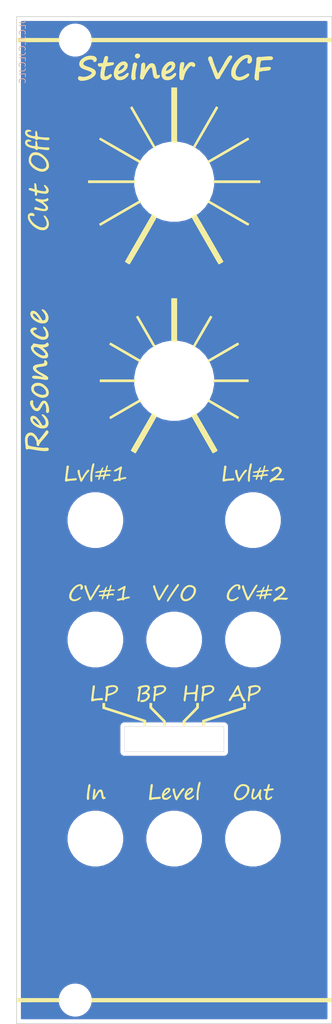
<source format=kicad_pcb>
(kicad_pcb (version 20171130) (host pcbnew "(5.1.10)-1")
  (layers (0 F.Cu signal) (31 B.Cu signal) (34 B.Paste user) (35 F.Paste user) (36 B.SilkS user) (37 F.SilkS user) (38 B.Mask user) (39 F.Mask user) (44 Edge.Cuts user))
  (net 0 "")
  (module Eurorack_Front:Hole_D6.1mm (layer F.Cu) (at 30.225 104.89)
    (fp_text reference REF** hide)
    (fp_text value Hole_D6.1mm hide)
    (pad "" np_thru_hole circle (at 0 0) (size 6.1 6.1) (drill 6.1) (layers *.Cu *.Mask))
  )
  (module Eurorack_Front:Hole_D6.1mm (layer F.Cu) (at 20.15 104.89)
    (fp_text reference REF** hide)
    (fp_text value Hole_D6.1mm hide)
    (pad "" np_thru_hole circle (at 0 0) (size 6.1 6.1) (drill 6.1) (layers *.Cu *.Mask))
  )
  (module Eurorack_Front:Hole_D6.1mm (layer F.Cu) (at 10.075 104.89)
    (fp_text reference REF** hide)
    (fp_text value Hole_D6.1mm hide)
    (pad "" np_thru_hole circle (at 0 0) (size 6.1 6.1) (drill 6.1) (layers *.Cu *.Mask))
  )
  (module Eurorack_Front:Hole_D6.1mm (layer F.Cu) (at 30.225 79.49)
    (fp_text reference REF** hide)
    (fp_text value Hole_D6.1mm hide)
    (pad "" np_thru_hole circle (at 0 0) (size 6.1 6.1) (drill 6.1) (layers *.Cu *.Mask))
  )
  (module Eurorack_Front:Hole_D6.1mm (layer F.Cu) (at 20.15 79.49)
    (fp_text reference REF** hide)
    (fp_text value Hole_D6.1mm hide)
    (pad "" np_thru_hole circle (at 0 0) (size 6.1 6.1) (drill 6.1) (layers *.Cu *.Mask))
  )
  (module Eurorack_Front:Hole_D6.1mm (layer F.Cu) (at 10.075 79.49)
    (fp_text reference REF** hide)
    (fp_text value Hole_D6.1mm hide)
    (pad "" np_thru_hole circle (at 0 0) (size 6.1 6.1) (drill 6.1) (layers *.Cu *.Mask))
  )
  (module Eurorack_Front:Hole_D6.1mm (layer F.Cu) (at 30.225 64.25)
    (fp_text reference REF** hide)
    (fp_text value Hole_D6.1mm hide)
    (pad "" np_thru_hole circle (at 0 0) (size 6.1 6.1) (drill 6.1) (layers *.Cu *.Mask))
  )
  (module Eurorack_Front:Hole_D6.1mm (layer F.Cu) (at 10.075 64.25)
    (fp_text reference REF** hide)
    (fp_text value Hole_D6.1mm hide)
    (pad "" np_thru_hole circle (at 0 0) (size 6.1 6.1) (drill 6.1) (layers *.Cu *.Mask))
  )
  (module Eurorack_Front:Hole_D9.2mm (layer F.Cu) (at 20.15 46.47)
    (fp_text reference REF** hide)
    (fp_text value Hole_D9.2mm hide)
    (pad "" np_thru_hole circle (at 0 0) (size 9.2 9.2) (drill 9.2) (layers *.Cu *.Mask))
  )
  (module Eurorack_Front:Hole_D9.2mm (layer F.Cu) (at 20.15 21.07)
    (fp_text reference REF** hide)
    (fp_text value Hole_D9.2mm hide)
    (pad "" np_thru_hole circle (at 0 0) (size 9.2 9.2) (drill 9.2) (layers *.Cu *.Mask))
  )
  (module "Front:Improved Steiner VCF Front" (layer F.Cu) (at 20.15 64.25)
    (fp_text reference G*** hide)
    (fp_text value LOGO hide)
  )
  (module Eurorack_Front:Eurorack_8TE (layer F.Cu) (at 0 0)
    (fp_text reference REF**)
    (fp_text value Eurorack_8TE)
    (fp_text user JLCJLCJLCJLC (at 0.762 8.636 90) (layer B.SilkS) (effects (font (size 0.8 0.8) (thickness 0.1)) (justify right mirror)))
    (fp_line (start 0 0) (end 40.3 0) (layer Edge.Cuts) (width 0.1))
    (fp_line (start 40.3 0) (end 40.3 128.5) (layer Edge.Cuts) (width 0.1))
    (fp_line (start 0 128.5) (end 40.3 128.5) (layer Edge.Cuts) (width 0.1))
    (fp_line (start 0 128.5) (end 0 0) (layer Edge.Cuts) (width 0.1))
    (pad "" np_thru_hole circle (at 7.5 125.5) (size 3.2 3.2) (drill 3.2) (layers *.Cu *.Mask))
    (pad "" np_thru_hole circle (at 7.5 3) (size 3.2 3.2) (drill 3.2) (layers *.Cu *.Mask))
  )
  (gr_line (start 13.8 90.59) (end 13.8 93.79) (layer Edge.Cuts) (width 0.05))
  (gr_line (start 13.8 93.79) (end 26.5 93.79) (layer Edge.Cuts) (width 0.05))
  (gr_line (start 26.5 90.59) (end 26.5 93.79) (layer Edge.Cuts) (width 0.05))
  (gr_line (start 13.8 90.59) (end 26.5 90.59) (layer Edge.Cuts) (width 0.05))
  (zone (net 0) (net_name "") (layer F.Cu) (connect_pads (clearance 0.508)) (min_thickness 0.254) (fill yes (arc_segments 32) (thermal_gap 0.508) (thermal_bridge_width 0.508))
    (polygon (pts (xy 40.3 128.5) (xy 0 128.5) (xy 0 0) (xy 40.3 0)))
  )
  (zone (net 0) (net_name "") (layer B.Cu) (connect_pads (clearance 0.508)) (min_thickness 0.254) (fill yes (arc_segments 32) (thermal_gap 0.508) (thermal_bridge_width 0.508))
    (polygon (pts (xy 40.3 128.5) (xy 0 128.5) (xy 0 0) (xy 40.3 0)))
  )
)
</source>
